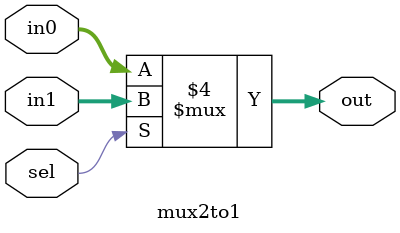
<source format=v>
`timescale 1ns / 1ns
module mux2to1(out,in1,in0,sel);
    input [11:0]in0;
    input [11:0]in1;
    input sel;
    output reg [11:0]out;
    always@(*)
        begin
            if(sel == 1)
                out <= in1;
            else
                out <= in0;
        end  
endmodule

</source>
